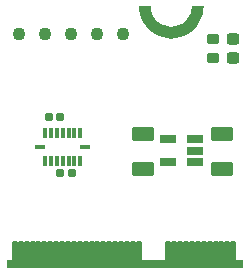
<source format=gbr>
%TF.GenerationSoftware,KiCad,Pcbnew,9.0.0*%
%TF.CreationDate,2025-05-23T15:59:06+04:00*%
%TF.ProjectId,02_03_sensor_IMU_BMI088,30325f30-335f-4736-956e-736f725f494d,rev?*%
%TF.SameCoordinates,Original*%
%TF.FileFunction,Soldermask,Top*%
%TF.FilePolarity,Negative*%
%FSLAX46Y46*%
G04 Gerber Fmt 4.6, Leading zero omitted, Abs format (unit mm)*
G04 Created by KiCad (PCBNEW 9.0.0) date 2025-05-23 15:59:06*
%MOMM*%
%LPD*%
G01*
G04 APERTURE LIST*
G04 Aperture macros list*
%AMRoundRect*
0 Rectangle with rounded corners*
0 $1 Rounding radius*
0 $2 $3 $4 $5 $6 $7 $8 $9 X,Y pos of 4 corners*
0 Add a 4 corners polygon primitive as box body*
4,1,4,$2,$3,$4,$5,$6,$7,$8,$9,$2,$3,0*
0 Add four circle primitives for the rounded corners*
1,1,$1+$1,$2,$3*
1,1,$1+$1,$4,$5*
1,1,$1+$1,$6,$7*
1,1,$1+$1,$8,$9*
0 Add four rect primitives between the rounded corners*
20,1,$1+$1,$2,$3,$4,$5,0*
20,1,$1+$1,$4,$5,$6,$7,0*
20,1,$1+$1,$6,$7,$8,$9,0*
20,1,$1+$1,$8,$9,$2,$3,0*%
G04 Aperture macros list end*
%ADD10C,0.100000*%
%ADD11C,0.000000*%
%ADD12RoundRect,0.101600X0.175000X0.725000X-0.175000X0.725000X-0.175000X-0.725000X0.175000X-0.725000X0*%
%ADD13C,0.657200*%
%ADD14RoundRect,0.050000X0.600000X-0.300000X0.600000X0.300000X-0.600000X0.300000X-0.600000X-0.300000X0*%
%ADD15RoundRect,0.243750X-0.281250X0.243750X-0.281250X-0.243750X0.281250X-0.243750X0.281250X0.243750X0*%
%ADD16C,1.100000*%
%ADD17RoundRect,0.050000X-0.125006X-0.400000X0.125006X-0.400000X0.125006X0.400000X-0.125006X0.400000X0*%
%ADD18RoundRect,0.050000X0.400000X-0.125006X0.400000X0.125006X-0.400000X0.125006X-0.400000X-0.125006X0*%
%ADD19RoundRect,0.050000X0.125006X0.400000X-0.125006X0.400000X-0.125006X-0.400000X0.125006X-0.400000X0*%
%ADD20RoundRect,0.050000X-0.400000X0.125006X-0.400000X-0.125006X0.400000X-0.125006X0.400000X0.125006X0*%
%ADD21RoundRect,0.225000X-0.300000X0.225000X-0.300000X-0.225000X0.300000X-0.225000X0.300000X0.225000X0*%
%ADD22RoundRect,0.165000X-0.165000X-0.195000X0.165000X-0.195000X0.165000X0.195000X-0.165000X0.195000X0*%
%ADD23RoundRect,0.271739X0.678261X-0.353261X0.678261X0.353261X-0.678261X0.353261X-0.678261X-0.353261X0*%
%ADD24RoundRect,0.165000X0.165000X0.195000X-0.165000X0.195000X-0.165000X-0.195000X0.165000X-0.195000X0*%
G04 APERTURE END LIST*
D10*
X138550000Y-113850000D02*
X158450000Y-113850000D01*
X158450000Y-114450000D01*
X138550000Y-114450000D01*
X138550000Y-113850000D01*
G36*
X138550000Y-113850000D02*
G01*
X158450000Y-113850000D01*
X158450000Y-114450000D01*
X138550000Y-114450000D01*
X138550000Y-113850000D01*
G37*
D11*
%TO.C,J1*%
G36*
X150777686Y-92669501D02*
G01*
X150856638Y-92964152D01*
X150985556Y-93240617D01*
X151160522Y-93490495D01*
X151376222Y-93706195D01*
X151626100Y-93881161D01*
X151902565Y-94010079D01*
X152197216Y-94089031D01*
X152501100Y-94115617D01*
X152804984Y-94089031D01*
X153099635Y-94010079D01*
X153376100Y-93881161D01*
X153625978Y-93706195D01*
X153841678Y-93490495D01*
X154016644Y-93240617D01*
X154145562Y-92964152D01*
X154251100Y-92365617D01*
X155251100Y-92365617D01*
X155227573Y-92724564D01*
X155157396Y-93077369D01*
X155041769Y-93417996D01*
X154882670Y-93740617D01*
X154682822Y-94039711D01*
X154445644Y-94310161D01*
X154175194Y-94547339D01*
X153876100Y-94747187D01*
X153553479Y-94906286D01*
X153212852Y-95021913D01*
X152501100Y-95115617D01*
X152142153Y-95092090D01*
X151789348Y-95021913D01*
X151448721Y-94906286D01*
X151126100Y-94747187D01*
X150827006Y-94547339D01*
X150556556Y-94310161D01*
X150319378Y-94039711D01*
X150119530Y-93740617D01*
X149960431Y-93417996D01*
X149844804Y-93077369D01*
X149774627Y-92724564D01*
X149751100Y-92365617D01*
X150751100Y-92365617D01*
X150777686Y-92669501D01*
G37*
%TD*%
D12*
%TO.C,J1*%
X157751100Y-113090617D03*
X157251100Y-113090617D03*
X156751100Y-113090617D03*
X156251100Y-113090617D03*
X155751100Y-113090617D03*
X155251100Y-113090617D03*
X154751100Y-113090617D03*
X154251100Y-113090617D03*
X153751100Y-113090617D03*
X153251100Y-113090617D03*
X152751100Y-113090617D03*
X152251100Y-113090617D03*
X149751100Y-113090617D03*
X149251100Y-113090617D03*
X148751100Y-113090617D03*
X148251100Y-113090617D03*
X147751100Y-113090617D03*
X147251100Y-113090617D03*
X146751100Y-113090617D03*
X146251100Y-113090617D03*
X145751100Y-113090617D03*
X145251100Y-113090617D03*
X144751100Y-113090617D03*
X144251100Y-113090617D03*
X143751100Y-113090617D03*
X143251100Y-113090617D03*
X142751100Y-113090617D03*
X142251100Y-113090617D03*
X141751100Y-113090617D03*
X141251100Y-113090617D03*
X140751100Y-113090617D03*
X140251100Y-113090617D03*
X139751100Y-113090617D03*
X139251100Y-113090617D03*
D13*
X150401100Y-93365617D03*
X152501100Y-94665617D03*
X154601100Y-93365617D03*
%TD*%
D14*
%TO.C,U2*%
X154549987Y-105549962D03*
X154549987Y-104600000D03*
X154549987Y-103650038D03*
X152250013Y-103650038D03*
X152250013Y-105549962D03*
%TD*%
D15*
%TO.C,D1*%
X157700000Y-95168700D03*
X157700000Y-96743700D03*
%TD*%
D16*
%TO.C,CS2*%
X144000000Y-94700000D03*
%TD*%
D17*
%TO.C,U1*%
X141802159Y-103100102D03*
X142302032Y-103100102D03*
X142802159Y-103100102D03*
X143302032Y-103100102D03*
X143802159Y-103100102D03*
X144302032Y-103100102D03*
X144802159Y-103100102D03*
D18*
X145214910Y-104300000D03*
D19*
X144802159Y-105499898D03*
X144302032Y-105499898D03*
X143802159Y-105499898D03*
X143302032Y-105499898D03*
X142802159Y-105499898D03*
X142302032Y-105499898D03*
X141802159Y-105499898D03*
D20*
X141385090Y-104300000D03*
%TD*%
D16*
%TO.C,SCK1*%
X146200000Y-94700000D03*
%TD*%
%TO.C,MISO1*%
X141800000Y-94700000D03*
%TD*%
D21*
%TO.C,R1*%
X156026200Y-95131200D03*
X156026200Y-96781200D03*
%TD*%
D22*
%TO.C,C2*%
X142120000Y-101800000D03*
X143080000Y-101800000D03*
%TD*%
D16*
%TO.C,CS1*%
X139600000Y-94700000D03*
%TD*%
D23*
%TO.C,C3*%
X156800000Y-106175000D03*
X156800000Y-103225000D03*
%TD*%
%TO.C,C4*%
X150100000Y-106175000D03*
X150100000Y-103225000D03*
%TD*%
D16*
%TO.C,MOSI1*%
X148400000Y-94700000D03*
%TD*%
D24*
%TO.C,C1*%
X144080000Y-106500000D03*
X143120000Y-106500000D03*
%TD*%
M02*

</source>
